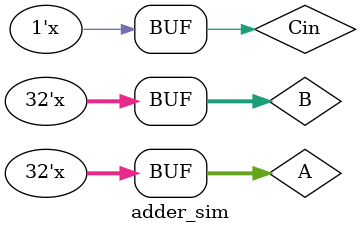
<source format=v>
`timescale 1ns / 1ps


module adder_sim();
   reg [31:0]A;
   reg [31:0]B;
   reg Cin;
   wire [31:0]F;
   wire Cout;
   adder adder_1(
   .A(A),
   .B(B),
   .Cin(Cin),
   .F(F),
   .Cout(Cout)
   );
   initial
    begin
        A=32'd0;
        B=32'd0;
        Cin=1'd0;
    end
   always #1 {A,B,Cin}={A+32'd11000000,B+32'd11000000,~Cin};
    
    
endmodule

</source>
